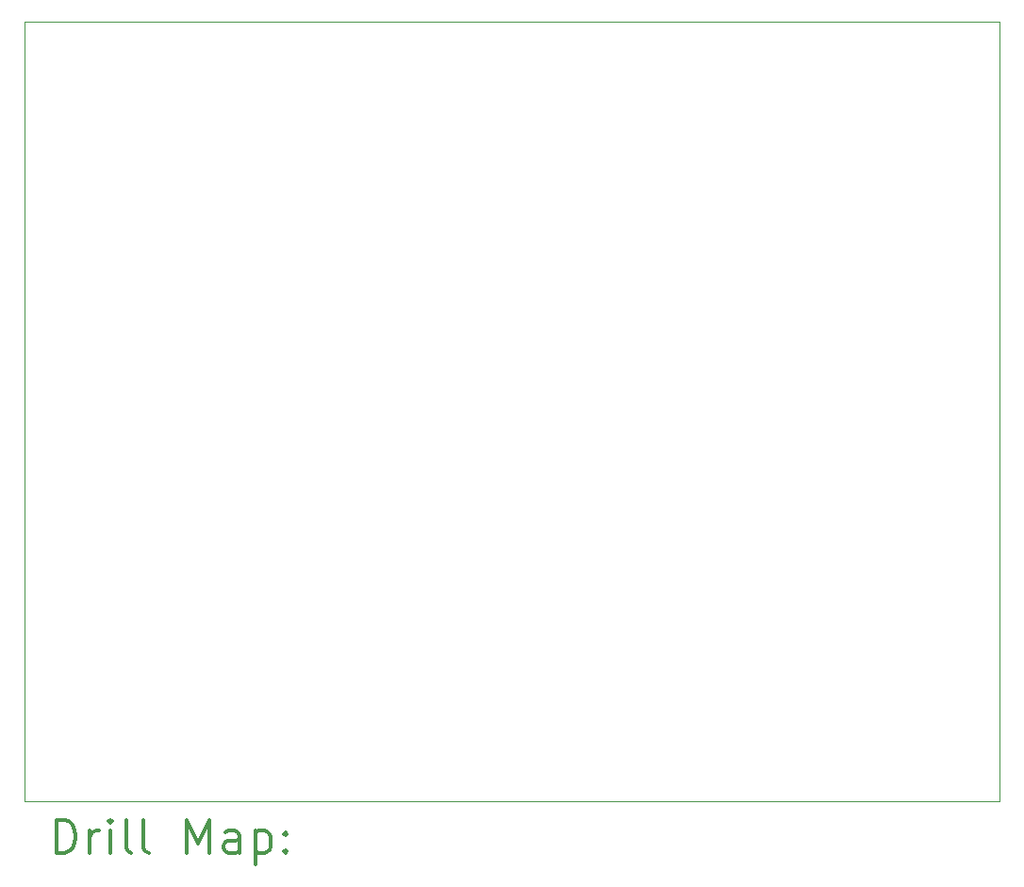
<source format=gbr>
%FSLAX45Y45*%
G04 Gerber Fmt 4.5, Leading zero omitted, Abs format (unit mm)*
G04 Created by KiCad (PCBNEW (5.1.8)-1) date 2020-11-24 12:39:23*
%MOMM*%
%LPD*%
G01*
G04 APERTURE LIST*
%TA.AperFunction,Profile*%
%ADD10C,0.050000*%
%TD*%
%ADD11C,0.200000*%
%ADD12C,0.300000*%
G04 APERTURE END LIST*
D10*
X3904000Y-5835000D02*
X3904000Y-12835000D01*
X12654000Y-5835000D02*
X3904000Y-5835000D01*
X12654000Y-12835000D02*
X12654000Y-5835000D01*
X3904000Y-12835000D02*
X12654000Y-12835000D01*
D11*
D12*
X4187928Y-13303214D02*
X4187928Y-13003214D01*
X4259357Y-13003214D01*
X4302214Y-13017500D01*
X4330786Y-13046071D01*
X4345071Y-13074643D01*
X4359357Y-13131786D01*
X4359357Y-13174643D01*
X4345071Y-13231786D01*
X4330786Y-13260357D01*
X4302214Y-13288929D01*
X4259357Y-13303214D01*
X4187928Y-13303214D01*
X4487928Y-13303214D02*
X4487928Y-13103214D01*
X4487928Y-13160357D02*
X4502214Y-13131786D01*
X4516500Y-13117500D01*
X4545071Y-13103214D01*
X4573643Y-13103214D01*
X4673643Y-13303214D02*
X4673643Y-13103214D01*
X4673643Y-13003214D02*
X4659357Y-13017500D01*
X4673643Y-13031786D01*
X4687928Y-13017500D01*
X4673643Y-13003214D01*
X4673643Y-13031786D01*
X4859357Y-13303214D02*
X4830786Y-13288929D01*
X4816500Y-13260357D01*
X4816500Y-13003214D01*
X5016500Y-13303214D02*
X4987928Y-13288929D01*
X4973643Y-13260357D01*
X4973643Y-13003214D01*
X5359357Y-13303214D02*
X5359357Y-13003214D01*
X5459357Y-13217500D01*
X5559357Y-13003214D01*
X5559357Y-13303214D01*
X5830786Y-13303214D02*
X5830786Y-13146071D01*
X5816500Y-13117500D01*
X5787928Y-13103214D01*
X5730786Y-13103214D01*
X5702214Y-13117500D01*
X5830786Y-13288929D02*
X5802214Y-13303214D01*
X5730786Y-13303214D01*
X5702214Y-13288929D01*
X5687928Y-13260357D01*
X5687928Y-13231786D01*
X5702214Y-13203214D01*
X5730786Y-13188929D01*
X5802214Y-13188929D01*
X5830786Y-13174643D01*
X5973643Y-13103214D02*
X5973643Y-13403214D01*
X5973643Y-13117500D02*
X6002214Y-13103214D01*
X6059357Y-13103214D01*
X6087928Y-13117500D01*
X6102214Y-13131786D01*
X6116500Y-13160357D01*
X6116500Y-13246071D01*
X6102214Y-13274643D01*
X6087928Y-13288929D01*
X6059357Y-13303214D01*
X6002214Y-13303214D01*
X5973643Y-13288929D01*
X6245071Y-13274643D02*
X6259357Y-13288929D01*
X6245071Y-13303214D01*
X6230786Y-13288929D01*
X6245071Y-13274643D01*
X6245071Y-13303214D01*
X6245071Y-13117500D02*
X6259357Y-13131786D01*
X6245071Y-13146071D01*
X6230786Y-13131786D01*
X6245071Y-13117500D01*
X6245071Y-13146071D01*
M02*

</source>
